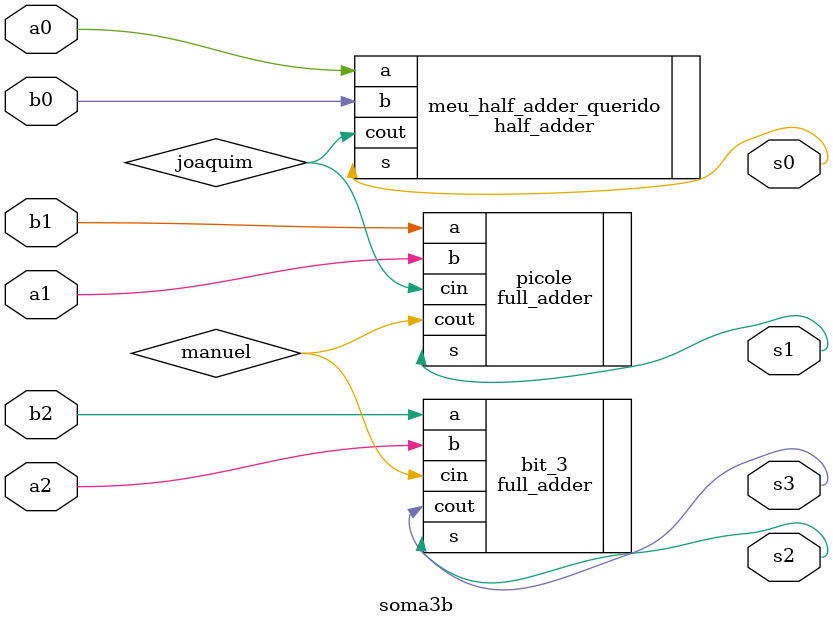
<source format=v>
module soma3b (
input	a0,
input	b0,
input	a1,
input	b1,
input	a2,
input	b2,
output	s0,
output	s1,
output	s2,
output	s3);

    wire joaquim, manuel;

    half_adder meu_half_adder_querido(	.a(a0), 
										.b(b0), 
										.s(s0),
										.cout(joaquim));
	
	
    full_adder picole(	.a(b1), 
						.b(a1), 
						.cin(joaquim),
						.s(s1),
						.cout(manuel));

	full_adder bit_3(	.a(b2), 
						.b(a2), 
						.cin(manuel),
						.s(s2),
						.cout(s3));

endmodule


</source>
